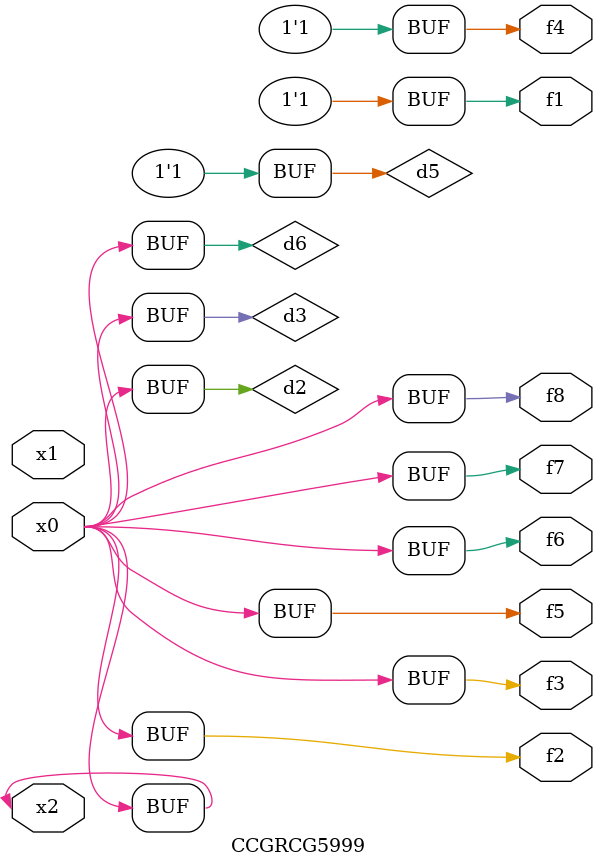
<source format=v>
module CCGRCG5999(
	input x0, x1, x2,
	output f1, f2, f3, f4, f5, f6, f7, f8
);

	wire d1, d2, d3, d4, d5, d6;

	xnor (d1, x2);
	buf (d2, x0, x2);
	and (d3, x0);
	xnor (d4, x1, x2);
	nand (d5, d1, d3);
	buf (d6, d2, d3);
	assign f1 = d5;
	assign f2 = d6;
	assign f3 = d6;
	assign f4 = d5;
	assign f5 = d6;
	assign f6 = d6;
	assign f7 = d6;
	assign f8 = d6;
endmodule

</source>
